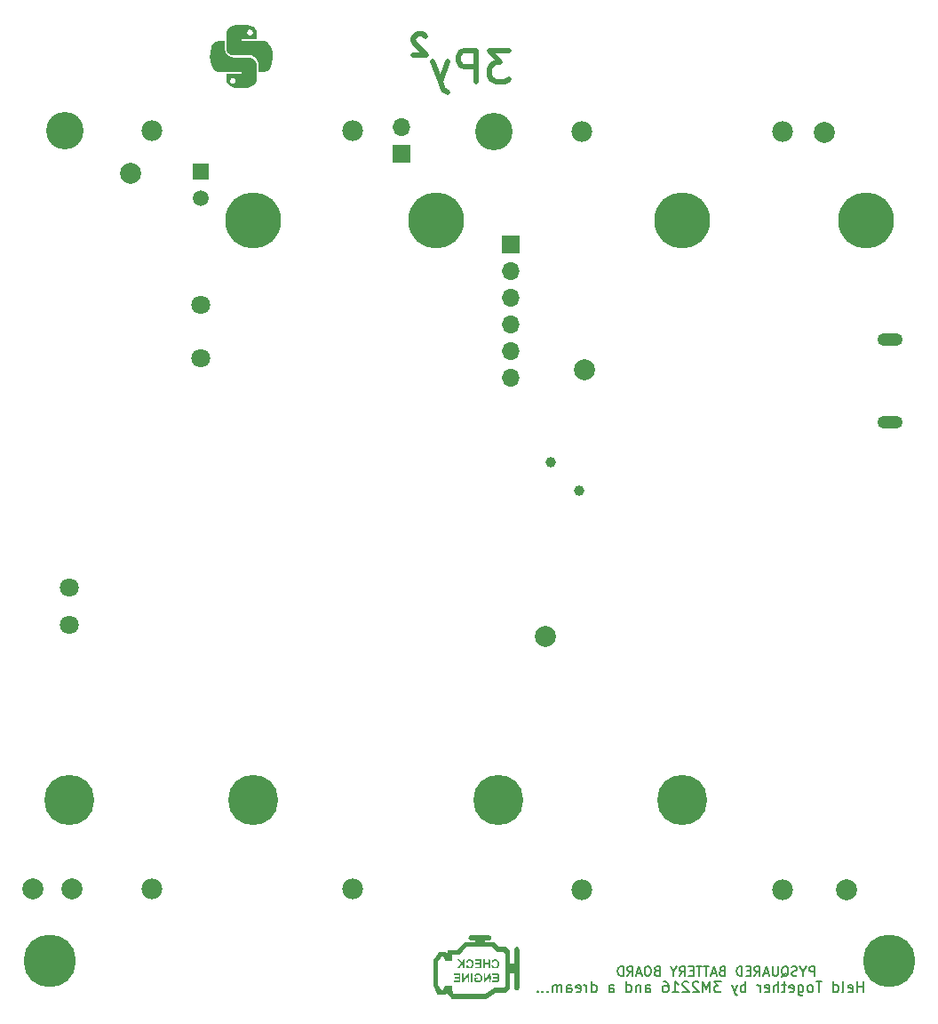
<source format=gbr>
%TF.GenerationSoftware,KiCad,Pcbnew,7.0.1*%
%TF.CreationDate,2023-12-11T20:48:33-07:00*%
%TF.ProjectId,Battery_Board_V3,42617474-6572-4795-9f42-6f6172645f56,rev?*%
%TF.SameCoordinates,Original*%
%TF.FileFunction,Soldermask,Bot*%
%TF.FilePolarity,Negative*%
%FSLAX46Y46*%
G04 Gerber Fmt 4.6, Leading zero omitted, Abs format (unit mm)*
G04 Created by KiCad (PCBNEW 7.0.1) date 2023-12-11 20:48:33*
%MOMM*%
%LPD*%
G01*
G04 APERTURE LIST*
%ADD10C,0.500000*%
%ADD11C,0.150000*%
%ADD12C,5.000000*%
%ADD13C,2.000000*%
%ADD14R,1.700000X1.700000*%
%ADD15O,1.700000X1.700000*%
%ADD16C,1.800000*%
%ADD17O,2.416000X1.208000*%
%ADD18C,1.000000*%
%ADD19R,1.508000X1.508000*%
%ADD20C,1.508000*%
%ADD21C,4.770000*%
%ADD22C,5.325000*%
%ADD23C,3.570000*%
%ADD24C,1.980000*%
G04 APERTURE END LIST*
D10*
X158278056Y-44768257D02*
X156420913Y-44768257D01*
X156420913Y-44768257D02*
X157420913Y-45911114D01*
X157420913Y-45911114D02*
X156992342Y-45911114D01*
X156992342Y-45911114D02*
X156706628Y-46053971D01*
X156706628Y-46053971D02*
X156563770Y-46196828D01*
X156563770Y-46196828D02*
X156420913Y-46482542D01*
X156420913Y-46482542D02*
X156420913Y-47196828D01*
X156420913Y-47196828D02*
X156563770Y-47482542D01*
X156563770Y-47482542D02*
X156706628Y-47625400D01*
X156706628Y-47625400D02*
X156992342Y-47768257D01*
X156992342Y-47768257D02*
X157849485Y-47768257D01*
X157849485Y-47768257D02*
X158135199Y-47625400D01*
X158135199Y-47625400D02*
X158278056Y-47482542D01*
X155135199Y-47768257D02*
X155135199Y-44768257D01*
X155135199Y-44768257D02*
X153992342Y-44768257D01*
X153992342Y-44768257D02*
X153706627Y-44911114D01*
X153706627Y-44911114D02*
X153563770Y-45053971D01*
X153563770Y-45053971D02*
X153420913Y-45339685D01*
X153420913Y-45339685D02*
X153420913Y-45768257D01*
X153420913Y-45768257D02*
X153563770Y-46053971D01*
X153563770Y-46053971D02*
X153706627Y-46196828D01*
X153706627Y-46196828D02*
X153992342Y-46339685D01*
X153992342Y-46339685D02*
X155135199Y-46339685D01*
X152420913Y-45768257D02*
X151706627Y-47768257D01*
X150992342Y-45768257D02*
X151706627Y-47768257D01*
X151706627Y-47768257D02*
X151992342Y-48482542D01*
X151992342Y-48482542D02*
X152135199Y-48625400D01*
X152135199Y-48625400D02*
X152420913Y-48768257D01*
X150279028Y-43413314D02*
X150183790Y-43318076D01*
X150183790Y-43318076D02*
X149993314Y-43222838D01*
X149993314Y-43222838D02*
X149517123Y-43222838D01*
X149517123Y-43222838D02*
X149326647Y-43318076D01*
X149326647Y-43318076D02*
X149231409Y-43413314D01*
X149231409Y-43413314D02*
X149136171Y-43603790D01*
X149136171Y-43603790D02*
X149136171Y-43794266D01*
X149136171Y-43794266D02*
X149231409Y-44079980D01*
X149231409Y-44079980D02*
X150374266Y-45222838D01*
X150374266Y-45222838D02*
X149136171Y-45222838D01*
D11*
X187342857Y-132916357D02*
X187342857Y-132016357D01*
X187342857Y-132016357D02*
X187000000Y-132016357D01*
X187000000Y-132016357D02*
X186914285Y-132059214D01*
X186914285Y-132059214D02*
X186871428Y-132102071D01*
X186871428Y-132102071D02*
X186828571Y-132187785D01*
X186828571Y-132187785D02*
X186828571Y-132316357D01*
X186828571Y-132316357D02*
X186871428Y-132402071D01*
X186871428Y-132402071D02*
X186914285Y-132444928D01*
X186914285Y-132444928D02*
X187000000Y-132487785D01*
X187000000Y-132487785D02*
X187342857Y-132487785D01*
X186271428Y-132487785D02*
X186271428Y-132916357D01*
X186571428Y-132016357D02*
X186271428Y-132487785D01*
X186271428Y-132487785D02*
X185971428Y-132016357D01*
X185714285Y-132873500D02*
X185585714Y-132916357D01*
X185585714Y-132916357D02*
X185371428Y-132916357D01*
X185371428Y-132916357D02*
X185285714Y-132873500D01*
X185285714Y-132873500D02*
X185242856Y-132830642D01*
X185242856Y-132830642D02*
X185199999Y-132744928D01*
X185199999Y-132744928D02*
X185199999Y-132659214D01*
X185199999Y-132659214D02*
X185242856Y-132573500D01*
X185242856Y-132573500D02*
X185285714Y-132530642D01*
X185285714Y-132530642D02*
X185371428Y-132487785D01*
X185371428Y-132487785D02*
X185542856Y-132444928D01*
X185542856Y-132444928D02*
X185628571Y-132402071D01*
X185628571Y-132402071D02*
X185671428Y-132359214D01*
X185671428Y-132359214D02*
X185714285Y-132273500D01*
X185714285Y-132273500D02*
X185714285Y-132187785D01*
X185714285Y-132187785D02*
X185671428Y-132102071D01*
X185671428Y-132102071D02*
X185628571Y-132059214D01*
X185628571Y-132059214D02*
X185542856Y-132016357D01*
X185542856Y-132016357D02*
X185328571Y-132016357D01*
X185328571Y-132016357D02*
X185199999Y-132059214D01*
X184214285Y-133002071D02*
X184299999Y-132959214D01*
X184299999Y-132959214D02*
X184385713Y-132873500D01*
X184385713Y-132873500D02*
X184514285Y-132744928D01*
X184514285Y-132744928D02*
X184599999Y-132702071D01*
X184599999Y-132702071D02*
X184685713Y-132702071D01*
X184642856Y-132916357D02*
X184728571Y-132873500D01*
X184728571Y-132873500D02*
X184814285Y-132787785D01*
X184814285Y-132787785D02*
X184857142Y-132616357D01*
X184857142Y-132616357D02*
X184857142Y-132316357D01*
X184857142Y-132316357D02*
X184814285Y-132144928D01*
X184814285Y-132144928D02*
X184728571Y-132059214D01*
X184728571Y-132059214D02*
X184642856Y-132016357D01*
X184642856Y-132016357D02*
X184471428Y-132016357D01*
X184471428Y-132016357D02*
X184385713Y-132059214D01*
X184385713Y-132059214D02*
X184299999Y-132144928D01*
X184299999Y-132144928D02*
X184257142Y-132316357D01*
X184257142Y-132316357D02*
X184257142Y-132616357D01*
X184257142Y-132616357D02*
X184299999Y-132787785D01*
X184299999Y-132787785D02*
X184385713Y-132873500D01*
X184385713Y-132873500D02*
X184471428Y-132916357D01*
X184471428Y-132916357D02*
X184642856Y-132916357D01*
X183871428Y-132016357D02*
X183871428Y-132744928D01*
X183871428Y-132744928D02*
X183828571Y-132830642D01*
X183828571Y-132830642D02*
X183785714Y-132873500D01*
X183785714Y-132873500D02*
X183699999Y-132916357D01*
X183699999Y-132916357D02*
X183528571Y-132916357D01*
X183528571Y-132916357D02*
X183442856Y-132873500D01*
X183442856Y-132873500D02*
X183399999Y-132830642D01*
X183399999Y-132830642D02*
X183357142Y-132744928D01*
X183357142Y-132744928D02*
X183357142Y-132016357D01*
X182971428Y-132659214D02*
X182542857Y-132659214D01*
X183057142Y-132916357D02*
X182757142Y-132016357D01*
X182757142Y-132016357D02*
X182457142Y-132916357D01*
X181642856Y-132916357D02*
X181942856Y-132487785D01*
X182157142Y-132916357D02*
X182157142Y-132016357D01*
X182157142Y-132016357D02*
X181814285Y-132016357D01*
X181814285Y-132016357D02*
X181728570Y-132059214D01*
X181728570Y-132059214D02*
X181685713Y-132102071D01*
X181685713Y-132102071D02*
X181642856Y-132187785D01*
X181642856Y-132187785D02*
X181642856Y-132316357D01*
X181642856Y-132316357D02*
X181685713Y-132402071D01*
X181685713Y-132402071D02*
X181728570Y-132444928D01*
X181728570Y-132444928D02*
X181814285Y-132487785D01*
X181814285Y-132487785D02*
X182157142Y-132487785D01*
X181257142Y-132444928D02*
X180957142Y-132444928D01*
X180828570Y-132916357D02*
X181257142Y-132916357D01*
X181257142Y-132916357D02*
X181257142Y-132016357D01*
X181257142Y-132016357D02*
X180828570Y-132016357D01*
X180442856Y-132916357D02*
X180442856Y-132016357D01*
X180442856Y-132016357D02*
X180228570Y-132016357D01*
X180228570Y-132016357D02*
X180099999Y-132059214D01*
X180099999Y-132059214D02*
X180014284Y-132144928D01*
X180014284Y-132144928D02*
X179971427Y-132230642D01*
X179971427Y-132230642D02*
X179928570Y-132402071D01*
X179928570Y-132402071D02*
X179928570Y-132530642D01*
X179928570Y-132530642D02*
X179971427Y-132702071D01*
X179971427Y-132702071D02*
X180014284Y-132787785D01*
X180014284Y-132787785D02*
X180099999Y-132873500D01*
X180099999Y-132873500D02*
X180228570Y-132916357D01*
X180228570Y-132916357D02*
X180442856Y-132916357D01*
X178557142Y-132444928D02*
X178428570Y-132487785D01*
X178428570Y-132487785D02*
X178385713Y-132530642D01*
X178385713Y-132530642D02*
X178342856Y-132616357D01*
X178342856Y-132616357D02*
X178342856Y-132744928D01*
X178342856Y-132744928D02*
X178385713Y-132830642D01*
X178385713Y-132830642D02*
X178428570Y-132873500D01*
X178428570Y-132873500D02*
X178514285Y-132916357D01*
X178514285Y-132916357D02*
X178857142Y-132916357D01*
X178857142Y-132916357D02*
X178857142Y-132016357D01*
X178857142Y-132016357D02*
X178557142Y-132016357D01*
X178557142Y-132016357D02*
X178471428Y-132059214D01*
X178471428Y-132059214D02*
X178428570Y-132102071D01*
X178428570Y-132102071D02*
X178385713Y-132187785D01*
X178385713Y-132187785D02*
X178385713Y-132273500D01*
X178385713Y-132273500D02*
X178428570Y-132359214D01*
X178428570Y-132359214D02*
X178471428Y-132402071D01*
X178471428Y-132402071D02*
X178557142Y-132444928D01*
X178557142Y-132444928D02*
X178857142Y-132444928D01*
X177999999Y-132659214D02*
X177571428Y-132659214D01*
X178085713Y-132916357D02*
X177785713Y-132016357D01*
X177785713Y-132016357D02*
X177485713Y-132916357D01*
X177314284Y-132016357D02*
X176799999Y-132016357D01*
X177057141Y-132916357D02*
X177057141Y-132016357D01*
X176628570Y-132016357D02*
X176114285Y-132016357D01*
X176371427Y-132916357D02*
X176371427Y-132016357D01*
X175814285Y-132444928D02*
X175514285Y-132444928D01*
X175385713Y-132916357D02*
X175814285Y-132916357D01*
X175814285Y-132916357D02*
X175814285Y-132016357D01*
X175814285Y-132016357D02*
X175385713Y-132016357D01*
X174485713Y-132916357D02*
X174785713Y-132487785D01*
X174999999Y-132916357D02*
X174999999Y-132016357D01*
X174999999Y-132016357D02*
X174657142Y-132016357D01*
X174657142Y-132016357D02*
X174571427Y-132059214D01*
X174571427Y-132059214D02*
X174528570Y-132102071D01*
X174528570Y-132102071D02*
X174485713Y-132187785D01*
X174485713Y-132187785D02*
X174485713Y-132316357D01*
X174485713Y-132316357D02*
X174528570Y-132402071D01*
X174528570Y-132402071D02*
X174571427Y-132444928D01*
X174571427Y-132444928D02*
X174657142Y-132487785D01*
X174657142Y-132487785D02*
X174999999Y-132487785D01*
X173928570Y-132487785D02*
X173928570Y-132916357D01*
X174228570Y-132016357D02*
X173928570Y-132487785D01*
X173928570Y-132487785D02*
X173628570Y-132016357D01*
X172342856Y-132444928D02*
X172214284Y-132487785D01*
X172214284Y-132487785D02*
X172171427Y-132530642D01*
X172171427Y-132530642D02*
X172128570Y-132616357D01*
X172128570Y-132616357D02*
X172128570Y-132744928D01*
X172128570Y-132744928D02*
X172171427Y-132830642D01*
X172171427Y-132830642D02*
X172214284Y-132873500D01*
X172214284Y-132873500D02*
X172299999Y-132916357D01*
X172299999Y-132916357D02*
X172642856Y-132916357D01*
X172642856Y-132916357D02*
X172642856Y-132016357D01*
X172642856Y-132016357D02*
X172342856Y-132016357D01*
X172342856Y-132016357D02*
X172257142Y-132059214D01*
X172257142Y-132059214D02*
X172214284Y-132102071D01*
X172214284Y-132102071D02*
X172171427Y-132187785D01*
X172171427Y-132187785D02*
X172171427Y-132273500D01*
X172171427Y-132273500D02*
X172214284Y-132359214D01*
X172214284Y-132359214D02*
X172257142Y-132402071D01*
X172257142Y-132402071D02*
X172342856Y-132444928D01*
X172342856Y-132444928D02*
X172642856Y-132444928D01*
X171571427Y-132016357D02*
X171399999Y-132016357D01*
X171399999Y-132016357D02*
X171314284Y-132059214D01*
X171314284Y-132059214D02*
X171228570Y-132144928D01*
X171228570Y-132144928D02*
X171185713Y-132316357D01*
X171185713Y-132316357D02*
X171185713Y-132616357D01*
X171185713Y-132616357D02*
X171228570Y-132787785D01*
X171228570Y-132787785D02*
X171314284Y-132873500D01*
X171314284Y-132873500D02*
X171399999Y-132916357D01*
X171399999Y-132916357D02*
X171571427Y-132916357D01*
X171571427Y-132916357D02*
X171657142Y-132873500D01*
X171657142Y-132873500D02*
X171742856Y-132787785D01*
X171742856Y-132787785D02*
X171785713Y-132616357D01*
X171785713Y-132616357D02*
X171785713Y-132316357D01*
X171785713Y-132316357D02*
X171742856Y-132144928D01*
X171742856Y-132144928D02*
X171657142Y-132059214D01*
X171657142Y-132059214D02*
X171571427Y-132016357D01*
X170842856Y-132659214D02*
X170414285Y-132659214D01*
X170928570Y-132916357D02*
X170628570Y-132016357D01*
X170628570Y-132016357D02*
X170328570Y-132916357D01*
X169514284Y-132916357D02*
X169814284Y-132487785D01*
X170028570Y-132916357D02*
X170028570Y-132016357D01*
X170028570Y-132016357D02*
X169685713Y-132016357D01*
X169685713Y-132016357D02*
X169599998Y-132059214D01*
X169599998Y-132059214D02*
X169557141Y-132102071D01*
X169557141Y-132102071D02*
X169514284Y-132187785D01*
X169514284Y-132187785D02*
X169514284Y-132316357D01*
X169514284Y-132316357D02*
X169557141Y-132402071D01*
X169557141Y-132402071D02*
X169599998Y-132444928D01*
X169599998Y-132444928D02*
X169685713Y-132487785D01*
X169685713Y-132487785D02*
X170028570Y-132487785D01*
X169128570Y-132916357D02*
X169128570Y-132016357D01*
X169128570Y-132016357D02*
X168914284Y-132016357D01*
X168914284Y-132016357D02*
X168785713Y-132059214D01*
X168785713Y-132059214D02*
X168699998Y-132144928D01*
X168699998Y-132144928D02*
X168657141Y-132230642D01*
X168657141Y-132230642D02*
X168614284Y-132402071D01*
X168614284Y-132402071D02*
X168614284Y-132530642D01*
X168614284Y-132530642D02*
X168657141Y-132702071D01*
X168657141Y-132702071D02*
X168699998Y-132787785D01*
X168699998Y-132787785D02*
X168785713Y-132873500D01*
X168785713Y-132873500D02*
X168914284Y-132916357D01*
X168914284Y-132916357D02*
X169128570Y-132916357D01*
X192023810Y-134462619D02*
X192023810Y-133462619D01*
X192023810Y-133938809D02*
X191452382Y-133938809D01*
X191452382Y-134462619D02*
X191452382Y-133462619D01*
X190595239Y-134415000D02*
X190690477Y-134462619D01*
X190690477Y-134462619D02*
X190880953Y-134462619D01*
X190880953Y-134462619D02*
X190976191Y-134415000D01*
X190976191Y-134415000D02*
X191023810Y-134319761D01*
X191023810Y-134319761D02*
X191023810Y-133938809D01*
X191023810Y-133938809D02*
X190976191Y-133843571D01*
X190976191Y-133843571D02*
X190880953Y-133795952D01*
X190880953Y-133795952D02*
X190690477Y-133795952D01*
X190690477Y-133795952D02*
X190595239Y-133843571D01*
X190595239Y-133843571D02*
X190547620Y-133938809D01*
X190547620Y-133938809D02*
X190547620Y-134034047D01*
X190547620Y-134034047D02*
X191023810Y-134129285D01*
X189976191Y-134462619D02*
X190071429Y-134415000D01*
X190071429Y-134415000D02*
X190119048Y-134319761D01*
X190119048Y-134319761D02*
X190119048Y-133462619D01*
X189166667Y-134462619D02*
X189166667Y-133462619D01*
X189166667Y-134415000D02*
X189261905Y-134462619D01*
X189261905Y-134462619D02*
X189452381Y-134462619D01*
X189452381Y-134462619D02*
X189547619Y-134415000D01*
X189547619Y-134415000D02*
X189595238Y-134367380D01*
X189595238Y-134367380D02*
X189642857Y-134272142D01*
X189642857Y-134272142D02*
X189642857Y-133986428D01*
X189642857Y-133986428D02*
X189595238Y-133891190D01*
X189595238Y-133891190D02*
X189547619Y-133843571D01*
X189547619Y-133843571D02*
X189452381Y-133795952D01*
X189452381Y-133795952D02*
X189261905Y-133795952D01*
X189261905Y-133795952D02*
X189166667Y-133843571D01*
X188071428Y-133462619D02*
X187500000Y-133462619D01*
X187785714Y-134462619D02*
X187785714Y-133462619D01*
X187023809Y-134462619D02*
X187119047Y-134415000D01*
X187119047Y-134415000D02*
X187166666Y-134367380D01*
X187166666Y-134367380D02*
X187214285Y-134272142D01*
X187214285Y-134272142D02*
X187214285Y-133986428D01*
X187214285Y-133986428D02*
X187166666Y-133891190D01*
X187166666Y-133891190D02*
X187119047Y-133843571D01*
X187119047Y-133843571D02*
X187023809Y-133795952D01*
X187023809Y-133795952D02*
X186880952Y-133795952D01*
X186880952Y-133795952D02*
X186785714Y-133843571D01*
X186785714Y-133843571D02*
X186738095Y-133891190D01*
X186738095Y-133891190D02*
X186690476Y-133986428D01*
X186690476Y-133986428D02*
X186690476Y-134272142D01*
X186690476Y-134272142D02*
X186738095Y-134367380D01*
X186738095Y-134367380D02*
X186785714Y-134415000D01*
X186785714Y-134415000D02*
X186880952Y-134462619D01*
X186880952Y-134462619D02*
X187023809Y-134462619D01*
X185833333Y-133795952D02*
X185833333Y-134605476D01*
X185833333Y-134605476D02*
X185880952Y-134700714D01*
X185880952Y-134700714D02*
X185928571Y-134748333D01*
X185928571Y-134748333D02*
X186023809Y-134795952D01*
X186023809Y-134795952D02*
X186166666Y-134795952D01*
X186166666Y-134795952D02*
X186261904Y-134748333D01*
X185833333Y-134415000D02*
X185928571Y-134462619D01*
X185928571Y-134462619D02*
X186119047Y-134462619D01*
X186119047Y-134462619D02*
X186214285Y-134415000D01*
X186214285Y-134415000D02*
X186261904Y-134367380D01*
X186261904Y-134367380D02*
X186309523Y-134272142D01*
X186309523Y-134272142D02*
X186309523Y-133986428D01*
X186309523Y-133986428D02*
X186261904Y-133891190D01*
X186261904Y-133891190D02*
X186214285Y-133843571D01*
X186214285Y-133843571D02*
X186119047Y-133795952D01*
X186119047Y-133795952D02*
X185928571Y-133795952D01*
X185928571Y-133795952D02*
X185833333Y-133843571D01*
X184976190Y-134415000D02*
X185071428Y-134462619D01*
X185071428Y-134462619D02*
X185261904Y-134462619D01*
X185261904Y-134462619D02*
X185357142Y-134415000D01*
X185357142Y-134415000D02*
X185404761Y-134319761D01*
X185404761Y-134319761D02*
X185404761Y-133938809D01*
X185404761Y-133938809D02*
X185357142Y-133843571D01*
X185357142Y-133843571D02*
X185261904Y-133795952D01*
X185261904Y-133795952D02*
X185071428Y-133795952D01*
X185071428Y-133795952D02*
X184976190Y-133843571D01*
X184976190Y-133843571D02*
X184928571Y-133938809D01*
X184928571Y-133938809D02*
X184928571Y-134034047D01*
X184928571Y-134034047D02*
X185404761Y-134129285D01*
X184642856Y-133795952D02*
X184261904Y-133795952D01*
X184499999Y-133462619D02*
X184499999Y-134319761D01*
X184499999Y-134319761D02*
X184452380Y-134415000D01*
X184452380Y-134415000D02*
X184357142Y-134462619D01*
X184357142Y-134462619D02*
X184261904Y-134462619D01*
X183928570Y-134462619D02*
X183928570Y-133462619D01*
X183499999Y-134462619D02*
X183499999Y-133938809D01*
X183499999Y-133938809D02*
X183547618Y-133843571D01*
X183547618Y-133843571D02*
X183642856Y-133795952D01*
X183642856Y-133795952D02*
X183785713Y-133795952D01*
X183785713Y-133795952D02*
X183880951Y-133843571D01*
X183880951Y-133843571D02*
X183928570Y-133891190D01*
X182642856Y-134415000D02*
X182738094Y-134462619D01*
X182738094Y-134462619D02*
X182928570Y-134462619D01*
X182928570Y-134462619D02*
X183023808Y-134415000D01*
X183023808Y-134415000D02*
X183071427Y-134319761D01*
X183071427Y-134319761D02*
X183071427Y-133938809D01*
X183071427Y-133938809D02*
X183023808Y-133843571D01*
X183023808Y-133843571D02*
X182928570Y-133795952D01*
X182928570Y-133795952D02*
X182738094Y-133795952D01*
X182738094Y-133795952D02*
X182642856Y-133843571D01*
X182642856Y-133843571D02*
X182595237Y-133938809D01*
X182595237Y-133938809D02*
X182595237Y-134034047D01*
X182595237Y-134034047D02*
X183071427Y-134129285D01*
X182166665Y-134462619D02*
X182166665Y-133795952D01*
X182166665Y-133986428D02*
X182119046Y-133891190D01*
X182119046Y-133891190D02*
X182071427Y-133843571D01*
X182071427Y-133843571D02*
X181976189Y-133795952D01*
X181976189Y-133795952D02*
X181880951Y-133795952D01*
X180785712Y-134462619D02*
X180785712Y-133462619D01*
X180785712Y-133843571D02*
X180690474Y-133795952D01*
X180690474Y-133795952D02*
X180499998Y-133795952D01*
X180499998Y-133795952D02*
X180404760Y-133843571D01*
X180404760Y-133843571D02*
X180357141Y-133891190D01*
X180357141Y-133891190D02*
X180309522Y-133986428D01*
X180309522Y-133986428D02*
X180309522Y-134272142D01*
X180309522Y-134272142D02*
X180357141Y-134367380D01*
X180357141Y-134367380D02*
X180404760Y-134415000D01*
X180404760Y-134415000D02*
X180499998Y-134462619D01*
X180499998Y-134462619D02*
X180690474Y-134462619D01*
X180690474Y-134462619D02*
X180785712Y-134415000D01*
X179976188Y-133795952D02*
X179738093Y-134462619D01*
X179499998Y-133795952D02*
X179738093Y-134462619D01*
X179738093Y-134462619D02*
X179833331Y-134700714D01*
X179833331Y-134700714D02*
X179880950Y-134748333D01*
X179880950Y-134748333D02*
X179976188Y-134795952D01*
X178452378Y-133462619D02*
X177833331Y-133462619D01*
X177833331Y-133462619D02*
X178166664Y-133843571D01*
X178166664Y-133843571D02*
X178023807Y-133843571D01*
X178023807Y-133843571D02*
X177928569Y-133891190D01*
X177928569Y-133891190D02*
X177880950Y-133938809D01*
X177880950Y-133938809D02*
X177833331Y-134034047D01*
X177833331Y-134034047D02*
X177833331Y-134272142D01*
X177833331Y-134272142D02*
X177880950Y-134367380D01*
X177880950Y-134367380D02*
X177928569Y-134415000D01*
X177928569Y-134415000D02*
X178023807Y-134462619D01*
X178023807Y-134462619D02*
X178309521Y-134462619D01*
X178309521Y-134462619D02*
X178404759Y-134415000D01*
X178404759Y-134415000D02*
X178452378Y-134367380D01*
X177404759Y-134462619D02*
X177404759Y-133462619D01*
X177404759Y-133462619D02*
X177071426Y-134176904D01*
X177071426Y-134176904D02*
X176738093Y-133462619D01*
X176738093Y-133462619D02*
X176738093Y-134462619D01*
X176309521Y-133557857D02*
X176261902Y-133510238D01*
X176261902Y-133510238D02*
X176166664Y-133462619D01*
X176166664Y-133462619D02*
X175928569Y-133462619D01*
X175928569Y-133462619D02*
X175833331Y-133510238D01*
X175833331Y-133510238D02*
X175785712Y-133557857D01*
X175785712Y-133557857D02*
X175738093Y-133653095D01*
X175738093Y-133653095D02*
X175738093Y-133748333D01*
X175738093Y-133748333D02*
X175785712Y-133891190D01*
X175785712Y-133891190D02*
X176357140Y-134462619D01*
X176357140Y-134462619D02*
X175738093Y-134462619D01*
X175357140Y-133557857D02*
X175309521Y-133510238D01*
X175309521Y-133510238D02*
X175214283Y-133462619D01*
X175214283Y-133462619D02*
X174976188Y-133462619D01*
X174976188Y-133462619D02*
X174880950Y-133510238D01*
X174880950Y-133510238D02*
X174833331Y-133557857D01*
X174833331Y-133557857D02*
X174785712Y-133653095D01*
X174785712Y-133653095D02*
X174785712Y-133748333D01*
X174785712Y-133748333D02*
X174833331Y-133891190D01*
X174833331Y-133891190D02*
X175404759Y-134462619D01*
X175404759Y-134462619D02*
X174785712Y-134462619D01*
X173833331Y-134462619D02*
X174404759Y-134462619D01*
X174119045Y-134462619D02*
X174119045Y-133462619D01*
X174119045Y-133462619D02*
X174214283Y-133605476D01*
X174214283Y-133605476D02*
X174309521Y-133700714D01*
X174309521Y-133700714D02*
X174404759Y-133748333D01*
X172976188Y-133462619D02*
X173166664Y-133462619D01*
X173166664Y-133462619D02*
X173261902Y-133510238D01*
X173261902Y-133510238D02*
X173309521Y-133557857D01*
X173309521Y-133557857D02*
X173404759Y-133700714D01*
X173404759Y-133700714D02*
X173452378Y-133891190D01*
X173452378Y-133891190D02*
X173452378Y-134272142D01*
X173452378Y-134272142D02*
X173404759Y-134367380D01*
X173404759Y-134367380D02*
X173357140Y-134415000D01*
X173357140Y-134415000D02*
X173261902Y-134462619D01*
X173261902Y-134462619D02*
X173071426Y-134462619D01*
X173071426Y-134462619D02*
X172976188Y-134415000D01*
X172976188Y-134415000D02*
X172928569Y-134367380D01*
X172928569Y-134367380D02*
X172880950Y-134272142D01*
X172880950Y-134272142D02*
X172880950Y-134034047D01*
X172880950Y-134034047D02*
X172928569Y-133938809D01*
X172928569Y-133938809D02*
X172976188Y-133891190D01*
X172976188Y-133891190D02*
X173071426Y-133843571D01*
X173071426Y-133843571D02*
X173261902Y-133843571D01*
X173261902Y-133843571D02*
X173357140Y-133891190D01*
X173357140Y-133891190D02*
X173404759Y-133938809D01*
X173404759Y-133938809D02*
X173452378Y-134034047D01*
X171261902Y-134462619D02*
X171261902Y-133938809D01*
X171261902Y-133938809D02*
X171309521Y-133843571D01*
X171309521Y-133843571D02*
X171404759Y-133795952D01*
X171404759Y-133795952D02*
X171595235Y-133795952D01*
X171595235Y-133795952D02*
X171690473Y-133843571D01*
X171261902Y-134415000D02*
X171357140Y-134462619D01*
X171357140Y-134462619D02*
X171595235Y-134462619D01*
X171595235Y-134462619D02*
X171690473Y-134415000D01*
X171690473Y-134415000D02*
X171738092Y-134319761D01*
X171738092Y-134319761D02*
X171738092Y-134224523D01*
X171738092Y-134224523D02*
X171690473Y-134129285D01*
X171690473Y-134129285D02*
X171595235Y-134081666D01*
X171595235Y-134081666D02*
X171357140Y-134081666D01*
X171357140Y-134081666D02*
X171261902Y-134034047D01*
X170785711Y-133795952D02*
X170785711Y-134462619D01*
X170785711Y-133891190D02*
X170738092Y-133843571D01*
X170738092Y-133843571D02*
X170642854Y-133795952D01*
X170642854Y-133795952D02*
X170499997Y-133795952D01*
X170499997Y-133795952D02*
X170404759Y-133843571D01*
X170404759Y-133843571D02*
X170357140Y-133938809D01*
X170357140Y-133938809D02*
X170357140Y-134462619D01*
X169452378Y-134462619D02*
X169452378Y-133462619D01*
X169452378Y-134415000D02*
X169547616Y-134462619D01*
X169547616Y-134462619D02*
X169738092Y-134462619D01*
X169738092Y-134462619D02*
X169833330Y-134415000D01*
X169833330Y-134415000D02*
X169880949Y-134367380D01*
X169880949Y-134367380D02*
X169928568Y-134272142D01*
X169928568Y-134272142D02*
X169928568Y-133986428D01*
X169928568Y-133986428D02*
X169880949Y-133891190D01*
X169880949Y-133891190D02*
X169833330Y-133843571D01*
X169833330Y-133843571D02*
X169738092Y-133795952D01*
X169738092Y-133795952D02*
X169547616Y-133795952D01*
X169547616Y-133795952D02*
X169452378Y-133843571D01*
X167785711Y-134462619D02*
X167785711Y-133938809D01*
X167785711Y-133938809D02*
X167833330Y-133843571D01*
X167833330Y-133843571D02*
X167928568Y-133795952D01*
X167928568Y-133795952D02*
X168119044Y-133795952D01*
X168119044Y-133795952D02*
X168214282Y-133843571D01*
X167785711Y-134415000D02*
X167880949Y-134462619D01*
X167880949Y-134462619D02*
X168119044Y-134462619D01*
X168119044Y-134462619D02*
X168214282Y-134415000D01*
X168214282Y-134415000D02*
X168261901Y-134319761D01*
X168261901Y-134319761D02*
X168261901Y-134224523D01*
X168261901Y-134224523D02*
X168214282Y-134129285D01*
X168214282Y-134129285D02*
X168119044Y-134081666D01*
X168119044Y-134081666D02*
X167880949Y-134081666D01*
X167880949Y-134081666D02*
X167785711Y-134034047D01*
X166119044Y-134462619D02*
X166119044Y-133462619D01*
X166119044Y-134415000D02*
X166214282Y-134462619D01*
X166214282Y-134462619D02*
X166404758Y-134462619D01*
X166404758Y-134462619D02*
X166499996Y-134415000D01*
X166499996Y-134415000D02*
X166547615Y-134367380D01*
X166547615Y-134367380D02*
X166595234Y-134272142D01*
X166595234Y-134272142D02*
X166595234Y-133986428D01*
X166595234Y-133986428D02*
X166547615Y-133891190D01*
X166547615Y-133891190D02*
X166499996Y-133843571D01*
X166499996Y-133843571D02*
X166404758Y-133795952D01*
X166404758Y-133795952D02*
X166214282Y-133795952D01*
X166214282Y-133795952D02*
X166119044Y-133843571D01*
X165642853Y-134462619D02*
X165642853Y-133795952D01*
X165642853Y-133986428D02*
X165595234Y-133891190D01*
X165595234Y-133891190D02*
X165547615Y-133843571D01*
X165547615Y-133843571D02*
X165452377Y-133795952D01*
X165452377Y-133795952D02*
X165357139Y-133795952D01*
X164642853Y-134415000D02*
X164738091Y-134462619D01*
X164738091Y-134462619D02*
X164928567Y-134462619D01*
X164928567Y-134462619D02*
X165023805Y-134415000D01*
X165023805Y-134415000D02*
X165071424Y-134319761D01*
X165071424Y-134319761D02*
X165071424Y-133938809D01*
X165071424Y-133938809D02*
X165023805Y-133843571D01*
X165023805Y-133843571D02*
X164928567Y-133795952D01*
X164928567Y-133795952D02*
X164738091Y-133795952D01*
X164738091Y-133795952D02*
X164642853Y-133843571D01*
X164642853Y-133843571D02*
X164595234Y-133938809D01*
X164595234Y-133938809D02*
X164595234Y-134034047D01*
X164595234Y-134034047D02*
X165071424Y-134129285D01*
X163738091Y-134462619D02*
X163738091Y-133938809D01*
X163738091Y-133938809D02*
X163785710Y-133843571D01*
X163785710Y-133843571D02*
X163880948Y-133795952D01*
X163880948Y-133795952D02*
X164071424Y-133795952D01*
X164071424Y-133795952D02*
X164166662Y-133843571D01*
X163738091Y-134415000D02*
X163833329Y-134462619D01*
X163833329Y-134462619D02*
X164071424Y-134462619D01*
X164071424Y-134462619D02*
X164166662Y-134415000D01*
X164166662Y-134415000D02*
X164214281Y-134319761D01*
X164214281Y-134319761D02*
X164214281Y-134224523D01*
X164214281Y-134224523D02*
X164166662Y-134129285D01*
X164166662Y-134129285D02*
X164071424Y-134081666D01*
X164071424Y-134081666D02*
X163833329Y-134081666D01*
X163833329Y-134081666D02*
X163738091Y-134034047D01*
X163261900Y-134462619D02*
X163261900Y-133795952D01*
X163261900Y-133891190D02*
X163214281Y-133843571D01*
X163214281Y-133843571D02*
X163119043Y-133795952D01*
X163119043Y-133795952D02*
X162976186Y-133795952D01*
X162976186Y-133795952D02*
X162880948Y-133843571D01*
X162880948Y-133843571D02*
X162833329Y-133938809D01*
X162833329Y-133938809D02*
X162833329Y-134462619D01*
X162833329Y-133938809D02*
X162785710Y-133843571D01*
X162785710Y-133843571D02*
X162690472Y-133795952D01*
X162690472Y-133795952D02*
X162547615Y-133795952D01*
X162547615Y-133795952D02*
X162452376Y-133843571D01*
X162452376Y-133843571D02*
X162404757Y-133938809D01*
X162404757Y-133938809D02*
X162404757Y-134462619D01*
X161928567Y-134367380D02*
X161880948Y-134415000D01*
X161880948Y-134415000D02*
X161928567Y-134462619D01*
X161928567Y-134462619D02*
X161976186Y-134415000D01*
X161976186Y-134415000D02*
X161928567Y-134367380D01*
X161928567Y-134367380D02*
X161928567Y-134462619D01*
X161452377Y-134367380D02*
X161404758Y-134415000D01*
X161404758Y-134415000D02*
X161452377Y-134462619D01*
X161452377Y-134462619D02*
X161499996Y-134415000D01*
X161499996Y-134415000D02*
X161452377Y-134367380D01*
X161452377Y-134367380D02*
X161452377Y-134462619D01*
X160976187Y-134367380D02*
X160928568Y-134415000D01*
X160928568Y-134415000D02*
X160976187Y-134462619D01*
X160976187Y-134462619D02*
X161023806Y-134415000D01*
X161023806Y-134415000D02*
X160976187Y-134367380D01*
X160976187Y-134367380D02*
X160976187Y-134462619D01*
%TO.C,G\u002A\u002A\u002A*%
G36*
X134173719Y-43082427D02*
G01*
X134174852Y-43117799D01*
X134177834Y-43266698D01*
X134185149Y-43684884D01*
X133463599Y-43690775D01*
X132742048Y-43696667D01*
X132742048Y-43875226D01*
X134996354Y-43897546D01*
X135123981Y-43957364D01*
X135176190Y-43983977D01*
X135335174Y-44096820D01*
X135467032Y-44243909D01*
X135570161Y-44423158D01*
X135642958Y-44632481D01*
X135702482Y-44919058D01*
X135733980Y-45244052D01*
X135724999Y-45568413D01*
X135675777Y-45901395D01*
X135626719Y-46104582D01*
X135553729Y-46313444D01*
X135464650Y-46483351D01*
X135358188Y-46616232D01*
X135233052Y-46714017D01*
X135087948Y-46778633D01*
X135041555Y-46788499D01*
X134949178Y-46798833D01*
X134828713Y-46805832D01*
X134689456Y-46808794D01*
X134382558Y-46810287D01*
X134382558Y-46446699D01*
X134381656Y-46329933D01*
X134375611Y-46167471D01*
X134362680Y-46035404D01*
X134341468Y-45925011D01*
X134310581Y-45827569D01*
X134268623Y-45734355D01*
X134263248Y-45724149D01*
X134186470Y-45613676D01*
X134080453Y-45503595D01*
X133957689Y-45405422D01*
X133830673Y-45330673D01*
X133679483Y-45259057D01*
X132764368Y-45247897D01*
X132554995Y-45245299D01*
X132365757Y-45242702D01*
X132212431Y-45240072D01*
X132090468Y-45237128D01*
X131995320Y-45233590D01*
X131922441Y-45229175D01*
X131867281Y-45223603D01*
X131825293Y-45216592D01*
X131791930Y-45207862D01*
X131762642Y-45197130D01*
X131732884Y-45184117D01*
X131641980Y-45130922D01*
X131531177Y-45037099D01*
X131433520Y-44924420D01*
X131362218Y-44806348D01*
X131355691Y-44791967D01*
X131344564Y-44764341D01*
X131335591Y-44733876D01*
X131328541Y-44695926D01*
X131323182Y-44645848D01*
X131319282Y-44578996D01*
X131316611Y-44490727D01*
X131314937Y-44376396D01*
X131314027Y-44231358D01*
X131313651Y-44050970D01*
X131313577Y-43830586D01*
X131313577Y-42995509D01*
X133294158Y-42995509D01*
X133295075Y-43091202D01*
X133334097Y-43190233D01*
X133337537Y-43195633D01*
X133391433Y-43254372D01*
X133456056Y-43296252D01*
X133510034Y-43315148D01*
X133603173Y-43323385D01*
X133685477Y-43291419D01*
X133765002Y-43217187D01*
X133773521Y-43206835D01*
X133811415Y-43147228D01*
X133826816Y-43082427D01*
X133824760Y-42993591D01*
X133816954Y-42946373D01*
X133779638Y-42873796D01*
X133705958Y-42813921D01*
X133645516Y-42785332D01*
X133548322Y-42770814D01*
X133458428Y-42790807D01*
X133381995Y-42839077D01*
X133325185Y-42909390D01*
X133294158Y-42995509D01*
X131313577Y-42995509D01*
X131313577Y-42960111D01*
X131368208Y-42849094D01*
X131377753Y-42830480D01*
X131475330Y-42690870D01*
X131605919Y-42569998D01*
X131759923Y-42476982D01*
X131844590Y-42441727D01*
X131974093Y-42402468D01*
X132123703Y-42373357D01*
X132299424Y-42353558D01*
X132507258Y-42342232D01*
X132753208Y-42338544D01*
X132823033Y-42338842D01*
X133124799Y-42349293D01*
X133385789Y-42374912D01*
X133607119Y-42416029D01*
X133789900Y-42472971D01*
X133935248Y-42546069D01*
X134044274Y-42635651D01*
X134118093Y-42742047D01*
X134133522Y-42775220D01*
X134148213Y-42815640D01*
X134158821Y-42862460D01*
X134166216Y-42923328D01*
X134171269Y-43005892D01*
X134173719Y-43082427D01*
G37*
G36*
X134174189Y-47603798D02*
G01*
X134173654Y-47615283D01*
X134168750Y-47670551D01*
X134162105Y-47712251D01*
X134153454Y-47745187D01*
X134142529Y-47774160D01*
X134129064Y-47803974D01*
X134065118Y-47905777D01*
X133967558Y-48012098D01*
X133850149Y-48107773D01*
X133724809Y-48181667D01*
X133631458Y-48220551D01*
X133496912Y-48266868D01*
X133348732Y-48310428D01*
X133203263Y-48346476D01*
X133076846Y-48370256D01*
X133068312Y-48371466D01*
X132840520Y-48390257D01*
X132606720Y-48385769D01*
X132373951Y-48359764D01*
X132149255Y-48314004D01*
X131939672Y-48250250D01*
X131752244Y-48170265D01*
X131594011Y-48075811D01*
X131472014Y-47968650D01*
X131466726Y-47962730D01*
X131407178Y-47887968D01*
X131363485Y-47811690D01*
X131333405Y-47725322D01*
X131324388Y-47674699D01*
X131664398Y-47674699D01*
X131687433Y-47762271D01*
X131740949Y-47838319D01*
X131826706Y-47894144D01*
X131858081Y-47906053D01*
X131956139Y-47922501D01*
X132041838Y-47898331D01*
X132123205Y-47831856D01*
X132154076Y-47792557D01*
X132193437Y-47699596D01*
X132197508Y-47603798D01*
X132169900Y-47513965D01*
X132114222Y-47438899D01*
X132034084Y-47387405D01*
X131933097Y-47368284D01*
X131841861Y-47383186D01*
X131760575Y-47429847D01*
X131702729Y-47499787D01*
X131670083Y-47584304D01*
X131664398Y-47674699D01*
X131324388Y-47674699D01*
X131314695Y-47620285D01*
X131305113Y-47488004D01*
X131302417Y-47319902D01*
X131302417Y-47011784D01*
X132022233Y-47005895D01*
X132742048Y-47000006D01*
X132748912Y-46905147D01*
X132755775Y-46810287D01*
X131620230Y-46810287D01*
X131547363Y-46810286D01*
X131284559Y-46810152D01*
X131061617Y-46809475D01*
X130874722Y-46807814D01*
X130720056Y-46804727D01*
X130593804Y-46799771D01*
X130492148Y-46792505D01*
X130411273Y-46782486D01*
X130347361Y-46769272D01*
X130296597Y-46752421D01*
X130255164Y-46731491D01*
X130219245Y-46706039D01*
X130185024Y-46675623D01*
X130148684Y-46639802D01*
X130102874Y-46588496D01*
X130011475Y-46451410D01*
X129929621Y-46282593D01*
X129859771Y-46090541D01*
X129804382Y-45883753D01*
X129765912Y-45670727D01*
X129746820Y-45459958D01*
X129749562Y-45259946D01*
X129765360Y-45095330D01*
X129803607Y-44843687D01*
X129856202Y-44614324D01*
X129921644Y-44411608D01*
X129998435Y-44239905D01*
X130085073Y-44103580D01*
X130180059Y-44007001D01*
X130202399Y-43990414D01*
X130262161Y-43952307D01*
X130324803Y-43924824D01*
X130398666Y-43906277D01*
X130492091Y-43894978D01*
X130613420Y-43889237D01*
X130770994Y-43887365D01*
X131121206Y-43886386D01*
X131128112Y-44316043D01*
X131135019Y-44745700D01*
X131206634Y-44896891D01*
X131266996Y-45005915D01*
X131392445Y-45162441D01*
X131546112Y-45286832D01*
X131723495Y-45375752D01*
X131920095Y-45425864D01*
X131958992Y-45429737D01*
X132046187Y-45434684D01*
X132166866Y-45439099D01*
X132314592Y-45442826D01*
X132482926Y-45445711D01*
X132665429Y-45447598D01*
X132855663Y-45448334D01*
X133638873Y-45448776D01*
X133775708Y-45517153D01*
X133799685Y-45529685D01*
X133942756Y-45630887D01*
X134057369Y-45760102D01*
X134136295Y-45909467D01*
X134146597Y-45938601D01*
X134156441Y-45973235D01*
X134164251Y-46013451D01*
X134170261Y-46064130D01*
X134174700Y-46130154D01*
X134177802Y-46216407D01*
X134179797Y-46327770D01*
X134180918Y-46469126D01*
X134181395Y-46645357D01*
X134181461Y-46861344D01*
X134181426Y-46967333D01*
X134181215Y-47162480D01*
X134180600Y-47320046D01*
X134179312Y-47444833D01*
X134177086Y-47541645D01*
X134174189Y-47603798D01*
G37*
G36*
X154742237Y-132687478D02*
G01*
X154760774Y-132693910D01*
X154763804Y-132698305D01*
X154766878Y-132709127D01*
X154769346Y-132727605D01*
X154771268Y-132755477D01*
X154772704Y-132794481D01*
X154773716Y-132846357D01*
X154774364Y-132912843D01*
X154774708Y-132995680D01*
X154774809Y-133096604D01*
X154774793Y-133125188D01*
X154774386Y-133235404D01*
X154773430Y-133327445D01*
X154771935Y-133400984D01*
X154769910Y-133455690D01*
X154767363Y-133491233D01*
X154764301Y-133507284D01*
X154759470Y-133514596D01*
X154747939Y-133522036D01*
X154727367Y-133524752D01*
X154692424Y-133523982D01*
X154631054Y-133521046D01*
X154631054Y-132688259D01*
X154688897Y-132685261D01*
X154710118Y-132684838D01*
X154742237Y-132687478D01*
G37*
G36*
X155936745Y-132684843D02*
G01*
X155961231Y-132687796D01*
X155984333Y-132693594D01*
X155984333Y-132966870D01*
X155984604Y-133037718D01*
X155985452Y-133104553D01*
X155986809Y-133159990D01*
X155988606Y-133201922D01*
X155990773Y-133228241D01*
X155993240Y-133236841D01*
X155997065Y-133232736D01*
X156011061Y-133214072D01*
X156033757Y-133182142D01*
X156063798Y-133138903D01*
X156099827Y-133086311D01*
X156140488Y-133026323D01*
X156184425Y-132960898D01*
X156366703Y-132688259D01*
X156424208Y-132685261D01*
X156445190Y-132684839D01*
X156477224Y-132687478D01*
X156495747Y-132693910D01*
X156499243Y-132699482D01*
X156502186Y-132711255D01*
X156504548Y-132730872D01*
X156506388Y-132760045D01*
X156507764Y-132800487D01*
X156508734Y-132853908D01*
X156509354Y-132922021D01*
X156509684Y-133006538D01*
X156509782Y-133109171D01*
X156509754Y-133144749D01*
X156509459Y-133230140D01*
X156508868Y-133308475D01*
X156508018Y-133377626D01*
X156506944Y-133435464D01*
X156505685Y-133479860D01*
X156504276Y-133508686D01*
X156502753Y-133519813D01*
X156493267Y-133522645D01*
X156468740Y-133524402D01*
X156435833Y-133523944D01*
X156375941Y-133521046D01*
X156370984Y-133238493D01*
X156366027Y-132955941D01*
X156344863Y-132985683D01*
X156341995Y-132989792D01*
X156327524Y-133011046D01*
X156304220Y-133045633D01*
X156273630Y-133091244D01*
X156237300Y-133145574D01*
X156196774Y-133206314D01*
X156153600Y-133271158D01*
X155983502Y-133526890D01*
X155850492Y-133521046D01*
X155850492Y-132688259D01*
X155894310Y-132685128D01*
X155904070Y-132684599D01*
X155936745Y-132684843D01*
G37*
G36*
X155538439Y-131353362D02*
G01*
X155571607Y-131354211D01*
X155587768Y-131355520D01*
X155612553Y-131361188D01*
X155615140Y-131773723D01*
X155617726Y-132186258D01*
X155590354Y-132189405D01*
X155588602Y-132189558D01*
X155568388Y-132190126D01*
X155531669Y-132190315D01*
X155481232Y-132190140D01*
X155419862Y-132189618D01*
X155350347Y-132188764D01*
X155275472Y-132187596D01*
X154987963Y-132182638D01*
X154988769Y-132125652D01*
X154989556Y-132101025D01*
X154991587Y-132075674D01*
X154994247Y-132063994D01*
X154997084Y-132063330D01*
X155016304Y-132061963D01*
X155051092Y-132060707D01*
X155098559Y-132059635D01*
X155155813Y-132058819D01*
X155219965Y-132058331D01*
X155249583Y-132058151D01*
X155311996Y-132057450D01*
X155366786Y-132056403D01*
X155410901Y-132055092D01*
X155441292Y-132053600D01*
X155454905Y-132052008D01*
X155456270Y-132051340D01*
X155462296Y-132042509D01*
X155466150Y-132022763D01*
X155468197Y-131989141D01*
X155468798Y-131938682D01*
X155468798Y-131830687D01*
X155266369Y-131830687D01*
X155253288Y-131830674D01*
X155192117Y-131830278D01*
X155137780Y-131829389D01*
X155093526Y-131828098D01*
X155062602Y-131826495D01*
X155048258Y-131824669D01*
X155039202Y-131816281D01*
X155034069Y-131796061D01*
X155032576Y-131760227D01*
X155032834Y-131734180D01*
X155033733Y-131709947D01*
X155035055Y-131699823D01*
X155036759Y-131699559D01*
X155053738Y-131698583D01*
X155086527Y-131697277D01*
X155132218Y-131695743D01*
X155187907Y-131694080D01*
X155250687Y-131692388D01*
X155463841Y-131686932D01*
X155463841Y-131488649D01*
X155007791Y-131478735D01*
X155007791Y-131359766D01*
X155285387Y-131354809D01*
X155291972Y-131354693D01*
X155365028Y-131353638D01*
X155432334Y-131353069D01*
X155491076Y-131352979D01*
X155538439Y-131353362D01*
G37*
G36*
X153401703Y-132683546D02*
G01*
X153463589Y-132683924D01*
X153518365Y-132684677D01*
X153562935Y-132685819D01*
X153594207Y-132687362D01*
X153609088Y-132689320D01*
X153612319Y-132691654D01*
X153615642Y-132698213D01*
X153618324Y-132710497D01*
X153620433Y-132730270D01*
X153622036Y-132759295D01*
X153623197Y-132799334D01*
X153623985Y-132852150D01*
X153624465Y-132919505D01*
X153624705Y-133003164D01*
X153624770Y-133104887D01*
X153624761Y-133135471D01*
X153624559Y-133236150D01*
X153624061Y-133318857D01*
X153623221Y-133385052D01*
X153621996Y-133436195D01*
X153620343Y-133473745D01*
X153618218Y-133499163D01*
X153615577Y-133513907D01*
X153612377Y-133519437D01*
X153612179Y-133519511D01*
X153597340Y-133521285D01*
X153566077Y-133522703D01*
X153521409Y-133523773D01*
X153466358Y-133524505D01*
X153403944Y-133524910D01*
X153337190Y-133524996D01*
X153269115Y-133524774D01*
X153202741Y-133524253D01*
X153141088Y-133523442D01*
X153087179Y-133522351D01*
X153044033Y-133520990D01*
X153014672Y-133519369D01*
X153002117Y-133517496D01*
X152997813Y-133512823D01*
X152992300Y-133490577D01*
X152992203Y-133450727D01*
X152995223Y-133392162D01*
X153471101Y-133382248D01*
X153471101Y-133164137D01*
X153044793Y-133154223D01*
X153041842Y-133092260D01*
X153040801Y-133062796D01*
X153040741Y-133038421D01*
X153041842Y-133028317D01*
X153043590Y-133028053D01*
X153060688Y-133027077D01*
X153093587Y-133025772D01*
X153139373Y-133024237D01*
X153195131Y-133022573D01*
X153257947Y-133020881D01*
X153471101Y-133015425D01*
X153473936Y-132918946D01*
X153476772Y-132822467D01*
X153245911Y-132819805D01*
X153015051Y-132817143D01*
X153012031Y-132758578D01*
X153011419Y-132738388D01*
X153013923Y-132706641D01*
X153021945Y-132691809D01*
X153029207Y-132690311D01*
X153054263Y-132688428D01*
X153093860Y-132686829D01*
X153144905Y-132685527D01*
X153204306Y-132684534D01*
X153268968Y-132683864D01*
X153335798Y-132683531D01*
X153401703Y-132683546D01*
G37*
G36*
X157050102Y-132683546D02*
G01*
X157111989Y-132683924D01*
X157166764Y-132684677D01*
X157211335Y-132685819D01*
X157242607Y-132687362D01*
X157257488Y-132689320D01*
X157260683Y-132691611D01*
X157264015Y-132698123D01*
X157266706Y-132710347D01*
X157268821Y-132730047D01*
X157270428Y-132758988D01*
X157271593Y-132798933D01*
X157272383Y-132851649D01*
X157272864Y-132918899D01*
X157273104Y-133002448D01*
X157273170Y-133104061D01*
X157273138Y-133144089D01*
X157272850Y-133229733D01*
X157272288Y-133308220D01*
X157271487Y-133377439D01*
X157270480Y-133435278D01*
X157269301Y-133479624D01*
X157267983Y-133508367D01*
X157266560Y-133519394D01*
X157265289Y-133519959D01*
X157248923Y-133521842D01*
X157216497Y-133523345D01*
X157170986Y-133524479D01*
X157115364Y-133525252D01*
X157052605Y-133525674D01*
X156985684Y-133525753D01*
X156917575Y-133525500D01*
X156851251Y-133524922D01*
X156789688Y-133524030D01*
X156735858Y-133522832D01*
X156692737Y-133521338D01*
X156663299Y-133519556D01*
X156650517Y-133517496D01*
X156646213Y-133512823D01*
X156640700Y-133490577D01*
X156640603Y-133450727D01*
X156643622Y-133392162D01*
X156884040Y-133389508D01*
X157124458Y-133386853D01*
X157124458Y-133159567D01*
X156908825Y-133156895D01*
X156693193Y-133154223D01*
X156690168Y-133101369D01*
X156689750Y-133083762D01*
X156692348Y-133052835D01*
X156698818Y-133034449D01*
X156699442Y-133033760D01*
X156707934Y-133029038D01*
X156724407Y-133025515D01*
X156751228Y-133023041D01*
X156790768Y-133021463D01*
X156845394Y-133020627D01*
X156917475Y-133020382D01*
X157124458Y-133020382D01*
X157124458Y-132822465D01*
X156893954Y-132819804D01*
X156663451Y-132817143D01*
X156660431Y-132758578D01*
X156659819Y-132738388D01*
X156662323Y-132706641D01*
X156670345Y-132691809D01*
X156677606Y-132690311D01*
X156702662Y-132688428D01*
X156742260Y-132686829D01*
X156793305Y-132685527D01*
X156852705Y-132684534D01*
X156917367Y-132683864D01*
X156984197Y-132683531D01*
X157050102Y-132683546D01*
G37*
G36*
X156973860Y-131343754D02*
G01*
X157043666Y-131360177D01*
X157121196Y-131394223D01*
X157185340Y-131442887D01*
X157236116Y-131506190D01*
X157273542Y-131584149D01*
X157297637Y-131676783D01*
X157301550Y-131699947D01*
X157306767Y-131739297D01*
X157307806Y-131772506D01*
X157304652Y-131808080D01*
X157297287Y-131854521D01*
X157277478Y-131938663D01*
X157243546Y-132022501D01*
X157198128Y-132090330D01*
X157141313Y-132142052D01*
X157073192Y-132177564D01*
X156993852Y-132196766D01*
X156927981Y-132201669D01*
X156839841Y-132195067D01*
X156761749Y-132172581D01*
X156694681Y-132134662D01*
X156639615Y-132081758D01*
X156597528Y-132014320D01*
X156587086Y-131991189D01*
X156572190Y-131947713D01*
X156571069Y-131916726D01*
X156584671Y-131896150D01*
X156613945Y-131883910D01*
X156659837Y-131877931D01*
X156679596Y-131877079D01*
X156695099Y-131879880D01*
X156706715Y-131890170D01*
X156718264Y-131911561D01*
X156733566Y-131947666D01*
X156763726Y-131997019D01*
X156806770Y-132034343D01*
X156858982Y-132058105D01*
X156916847Y-132067260D01*
X156976848Y-132060759D01*
X157035471Y-132037557D01*
X157072740Y-132010973D01*
X157107165Y-131969016D01*
X157130683Y-131914605D01*
X157144019Y-131845956D01*
X157147899Y-131761288D01*
X157147857Y-131755766D01*
X157146521Y-131704708D01*
X157143030Y-131667469D01*
X157136593Y-131638581D01*
X157126420Y-131612576D01*
X157099236Y-131564665D01*
X157057550Y-131519686D01*
X157005925Y-131490882D01*
X156942409Y-131476812D01*
X156926378Y-131475528D01*
X156863958Y-131479320D01*
X156812764Y-131499036D01*
X156771286Y-131535507D01*
X156738012Y-131589569D01*
X156716666Y-131634980D01*
X156660969Y-131628434D01*
X156655772Y-131627797D01*
X156613015Y-131619119D01*
X156587846Y-131604904D01*
X156579322Y-131582981D01*
X156586504Y-131551183D01*
X156608452Y-131507339D01*
X156620625Y-131487627D01*
X156672239Y-131426819D01*
X156735360Y-131381137D01*
X156807997Y-131351471D01*
X156888161Y-131338713D01*
X156973860Y-131343754D01*
G37*
G36*
X153892154Y-132684471D02*
G01*
X153916426Y-132689320D01*
X153920225Y-132691935D01*
X153924135Y-132699425D01*
X153927098Y-132713596D01*
X153929238Y-132736642D01*
X153930683Y-132770751D01*
X153931559Y-132818116D01*
X153931992Y-132880926D01*
X153932108Y-132961373D01*
X153932108Y-132961878D01*
X153932387Y-133032445D01*
X153933166Y-133096302D01*
X153934370Y-133150825D01*
X153935925Y-133193391D01*
X153937757Y-133221377D01*
X153939792Y-133232158D01*
X153943724Y-133229015D01*
X153957706Y-133211730D01*
X153980331Y-133181089D01*
X154010269Y-133138973D01*
X154046187Y-133087262D01*
X154086754Y-133027839D01*
X154130639Y-132962583D01*
X154313802Y-132688259D01*
X154362716Y-132685163D01*
X154377893Y-132684514D01*
X154410967Y-132684996D01*
X154434593Y-132687830D01*
X154457557Y-132693594D01*
X154457557Y-133104015D01*
X154457547Y-133135686D01*
X154457344Y-133236304D01*
X154456843Y-133318963D01*
X154456002Y-133385122D01*
X154454776Y-133436237D01*
X154453124Y-133473768D01*
X154450999Y-133499173D01*
X154448361Y-133513910D01*
X154445164Y-133519437D01*
X154423548Y-133523991D01*
X154393158Y-133525438D01*
X154361379Y-133523968D01*
X154335254Y-133519915D01*
X154321823Y-133513610D01*
X154321808Y-133513588D01*
X154319506Y-133500603D01*
X154317093Y-133470523D01*
X154314694Y-133426063D01*
X154312436Y-133369935D01*
X154310445Y-133304855D01*
X154308845Y-133233536D01*
X154303888Y-132965855D01*
X153931168Y-133526003D01*
X153869179Y-133526003D01*
X153840936Y-133524864D01*
X153811386Y-133520592D01*
X153795293Y-133514106D01*
X153794489Y-133512712D01*
X153791453Y-133495450D01*
X153788858Y-133461597D01*
X153786705Y-133413754D01*
X153784993Y-133354522D01*
X153783723Y-133286503D01*
X153782893Y-133212296D01*
X153782506Y-133134504D01*
X153782559Y-133055727D01*
X153783054Y-132978566D01*
X153783990Y-132905623D01*
X153785368Y-132839497D01*
X153787187Y-132782791D01*
X153789448Y-132738106D01*
X153792150Y-132708041D01*
X153795293Y-132695199D01*
X153803220Y-132690857D01*
X153827897Y-132685611D01*
X153860093Y-132683359D01*
X153892154Y-132684471D01*
G37*
G36*
X154537813Y-131341416D02*
G01*
X154613768Y-131356537D01*
X154684915Y-131385113D01*
X154747832Y-131426827D01*
X154799097Y-131481362D01*
X154822613Y-131516301D01*
X154849103Y-131568032D01*
X154866306Y-131623497D01*
X154875661Y-131687850D01*
X154878607Y-131766245D01*
X154878363Y-131812004D01*
X154876627Y-131854897D01*
X154872612Y-131888332D01*
X154865576Y-131918015D01*
X154854777Y-131949656D01*
X154840353Y-131985936D01*
X154814074Y-132039145D01*
X154784120Y-132081999D01*
X154746693Y-132120505D01*
X154741906Y-132124762D01*
X154692836Y-132160128D01*
X154638263Y-132183233D01*
X154571569Y-132196966D01*
X154544272Y-132200642D01*
X154518851Y-132204142D01*
X154507127Y-132205861D01*
X154506518Y-132205906D01*
X154492474Y-132204828D01*
X154464827Y-132201765D01*
X154428837Y-132197293D01*
X154418093Y-132195742D01*
X154340369Y-132174010D01*
X154273117Y-132135645D01*
X154217480Y-132081479D01*
X154174603Y-132012343D01*
X154166494Y-131994613D01*
X154150908Y-131951434D01*
X154149004Y-131920463D01*
X154161981Y-131899067D01*
X154191034Y-131884618D01*
X154237363Y-131874484D01*
X154253389Y-131872086D01*
X154272595Y-131872327D01*
X154283775Y-131882321D01*
X154294455Y-131906258D01*
X154312636Y-131948680D01*
X154332043Y-131984238D01*
X154353101Y-132010359D01*
X154379337Y-132032278D01*
X154394070Y-132041597D01*
X154446480Y-132061139D01*
X154506036Y-132067171D01*
X154566442Y-132058800D01*
X154610020Y-132040234D01*
X154654935Y-132003152D01*
X154690547Y-131952461D01*
X154715841Y-131890770D01*
X154729800Y-131820687D01*
X154731407Y-131744819D01*
X154719646Y-131665774D01*
X154709392Y-131626485D01*
X154697372Y-131595247D01*
X154680950Y-131569556D01*
X154656348Y-131542024D01*
X154641144Y-131527370D01*
X154592080Y-131493872D01*
X154536898Y-131477194D01*
X154471624Y-131475911D01*
X154448548Y-131478861D01*
X154394708Y-131496927D01*
X154352751Y-131530516D01*
X154321152Y-131580691D01*
X154296365Y-131634833D01*
X154243964Y-131628674D01*
X154231363Y-131627136D01*
X154194613Y-131621178D01*
X154172975Y-131613655D01*
X154162723Y-131602688D01*
X154160133Y-131586400D01*
X154161071Y-131576355D01*
X154171734Y-131542213D01*
X154191601Y-131502340D01*
X154217303Y-131462907D01*
X154245472Y-131430080D01*
X154254349Y-131421825D01*
X154315317Y-131379955D01*
X154385165Y-131352808D01*
X154460471Y-131340068D01*
X154537813Y-131341416D01*
G37*
G36*
X153979627Y-131351626D02*
G01*
X154007268Y-131357257D01*
X154022543Y-131366236D01*
X154023228Y-131368643D01*
X154024941Y-131387901D01*
X154026396Y-131424009D01*
X154027561Y-131474787D01*
X154028405Y-131538057D01*
X154028894Y-131611639D01*
X154028997Y-131693353D01*
X154028682Y-131781021D01*
X154026292Y-132182448D01*
X153996550Y-132189103D01*
X153975618Y-132191682D01*
X153942421Y-132191427D01*
X153910890Y-132187693D01*
X153890048Y-132181153D01*
X153889314Y-132180059D01*
X153886656Y-132164521D01*
X153884504Y-132133899D01*
X153883063Y-132091972D01*
X153882537Y-132042518D01*
X153882537Y-131908526D01*
X153782831Y-131805902D01*
X153755107Y-131838147D01*
X153752452Y-131841325D01*
X153734599Y-131864585D01*
X153709396Y-131899300D01*
X153679811Y-131941327D01*
X153648813Y-131986522D01*
X153643574Y-131994250D01*
X153611474Y-132040982D01*
X153580442Y-132085234D01*
X153553786Y-132122333D01*
X153534814Y-132147603D01*
X153499386Y-132192553D01*
X153420802Y-132187596D01*
X153380303Y-132184058D01*
X153354575Y-132177788D01*
X153343744Y-132166297D01*
X153347223Y-132147054D01*
X153364426Y-132117525D01*
X153394765Y-132075178D01*
X153439240Y-132014972D01*
X153492162Y-131942998D01*
X153540061Y-131877483D01*
X153581801Y-131820001D01*
X153616244Y-131772126D01*
X153642254Y-131735432D01*
X153658694Y-131711492D01*
X153664426Y-131701880D01*
X153663201Y-131699953D01*
X153651142Y-131686395D01*
X153627843Y-131661883D01*
X153595328Y-131628503D01*
X153555625Y-131588345D01*
X153510757Y-131543496D01*
X153491932Y-131524688D01*
X153448830Y-131480874D01*
X153411754Y-131442136D01*
X153382745Y-131410667D01*
X153363843Y-131388661D01*
X153357088Y-131378312D01*
X153357721Y-131371648D01*
X153363176Y-131363645D01*
X153377342Y-131358659D01*
X153403925Y-131355671D01*
X153446631Y-131353659D01*
X153520672Y-131351005D01*
X153693345Y-131526404D01*
X153730660Y-131564112D01*
X153775211Y-131608578D01*
X153813822Y-131646494D01*
X153844520Y-131675946D01*
X153865329Y-131695020D01*
X153874278Y-131701803D01*
X153876454Y-131695818D01*
X153878880Y-131672985D01*
X153880807Y-131636096D01*
X153882078Y-131588368D01*
X153882537Y-131533018D01*
X153882537Y-131531244D01*
X153882627Y-131470241D01*
X153883137Y-131426083D01*
X153884435Y-131395858D01*
X153886887Y-131376654D01*
X153890862Y-131365561D01*
X153896725Y-131359668D01*
X153904844Y-131356063D01*
X153916348Y-131352919D01*
X153946895Y-131349970D01*
X153979627Y-131351626D01*
G37*
G36*
X155907498Y-131353640D02*
G01*
X155909185Y-131353819D01*
X155915267Y-131356741D01*
X155919546Y-131365265D01*
X155922332Y-131382236D01*
X155923937Y-131410498D01*
X155924672Y-131452897D01*
X155924848Y-131512278D01*
X155924896Y-131560324D01*
X155925311Y-131605850D01*
X155926501Y-131636881D01*
X155928874Y-131656401D01*
X155932835Y-131667393D01*
X155938793Y-131672841D01*
X155947155Y-131675726D01*
X155954123Y-131676852D01*
X155980350Y-131678790D01*
X156020257Y-131680359D01*
X156069823Y-131681422D01*
X156125024Y-131681840D01*
X156165683Y-131681703D01*
X156219514Y-131680617D01*
X156256646Y-131678332D01*
X156279028Y-131674703D01*
X156288607Y-131669582D01*
X156289931Y-131665652D01*
X156292859Y-131644214D01*
X156295503Y-131608480D01*
X156297616Y-131562284D01*
X156298951Y-131509459D01*
X156299414Y-131484353D01*
X156300744Y-131435320D01*
X156302404Y-131395352D01*
X156304227Y-131368034D01*
X156306046Y-131356957D01*
X156313636Y-131355038D01*
X156336427Y-131353531D01*
X156368165Y-131353457D01*
X156395305Y-131354951D01*
X156422962Y-131360790D01*
X156438197Y-131371936D01*
X156438769Y-131372813D01*
X156441965Y-131382733D01*
X156444506Y-131401410D01*
X156446430Y-131430423D01*
X156447774Y-131471355D01*
X156448576Y-131525787D01*
X156448874Y-131595299D01*
X156448707Y-131681473D01*
X156448111Y-131785891D01*
X156445340Y-132182638D01*
X156373462Y-132185551D01*
X156301585Y-132188464D01*
X156299632Y-132116152D01*
X156298963Y-132076129D01*
X156298870Y-132020205D01*
X156299579Y-131969485D01*
X156299790Y-131926950D01*
X156298498Y-131884707D01*
X156295967Y-131852994D01*
X156290456Y-131810859D01*
X156113670Y-131810859D01*
X156100208Y-131810865D01*
X156039357Y-131811165D01*
X155995141Y-131812083D01*
X155964871Y-131813849D01*
X155945861Y-131816693D01*
X155935421Y-131820847D01*
X155930866Y-131826541D01*
X155929285Y-131836723D01*
X155927516Y-131864587D01*
X155926110Y-131905858D01*
X155925183Y-131956951D01*
X155924848Y-132014281D01*
X155924848Y-132186339D01*
X155892627Y-132190303D01*
X155863994Y-132191935D01*
X155828458Y-132189554D01*
X155799512Y-132183167D01*
X155783723Y-132173773D01*
X155783232Y-132172141D01*
X155781660Y-132154579D01*
X155780214Y-132120030D01*
X155778935Y-132070679D01*
X155777863Y-132008712D01*
X155777037Y-131936311D01*
X155776499Y-131855663D01*
X155776288Y-131768952D01*
X155776136Y-131375094D01*
X155798443Y-131361860D01*
X155798908Y-131361586D01*
X155814140Y-131354857D01*
X155833958Y-131351543D01*
X155863398Y-131351264D01*
X155907498Y-131353640D01*
G37*
G36*
X155367053Y-132678977D02*
G01*
X155407303Y-132684939D01*
X155442625Y-132694982D01*
X155480800Y-132710802D01*
X155487063Y-132713732D01*
X155553114Y-132753977D01*
X155608061Y-132804866D01*
X155647648Y-132862532D01*
X155649045Y-132865291D01*
X155685060Y-132957188D01*
X155703857Y-133053210D01*
X155705374Y-133149978D01*
X155689549Y-133244115D01*
X155656321Y-133332245D01*
X155646741Y-133349707D01*
X155602157Y-133407557D01*
X155543328Y-133458368D01*
X155474416Y-133498995D01*
X155399581Y-133526294D01*
X155385266Y-133528698D01*
X155350921Y-133531308D01*
X155306787Y-133532438D01*
X155258908Y-133531848D01*
X155247130Y-133531459D01*
X155201703Y-133529294D01*
X155168008Y-133525452D01*
X155139367Y-133518394D01*
X155109104Y-133506584D01*
X155070539Y-133488484D01*
X155054883Y-133480764D01*
X155015373Y-133460106D01*
X154981999Y-133441095D01*
X154960699Y-133427051D01*
X154933435Y-133405594D01*
X154933435Y-133248037D01*
X154933455Y-133221897D01*
X154933791Y-133169605D01*
X154934824Y-133132849D01*
X154936909Y-133108568D01*
X154940406Y-133093702D01*
X154945671Y-133085191D01*
X154953061Y-133079975D01*
X154955137Y-133079088D01*
X154977049Y-133075290D01*
X155016336Y-133072818D01*
X155070977Y-133071757D01*
X155138951Y-133072191D01*
X155305215Y-133074910D01*
X155305215Y-133203794D01*
X155082147Y-133209400D01*
X155082147Y-133333989D01*
X155143037Y-133363076D01*
X155146544Y-133364742D01*
X155179875Y-133379058D01*
X155209570Y-133387335D01*
X155243434Y-133391113D01*
X155289271Y-133391932D01*
X155297059Y-133391897D01*
X155339677Y-133390632D01*
X155370473Y-133386564D01*
X155396383Y-133378277D01*
X155424344Y-133364355D01*
X155449926Y-133348208D01*
X155496195Y-133303199D01*
X155528749Y-133244644D01*
X155548165Y-133171645D01*
X155551331Y-133148099D01*
X155552750Y-133072113D01*
X155541197Y-133001176D01*
X155517902Y-132938004D01*
X155484094Y-132885308D01*
X155441002Y-132845802D01*
X155389855Y-132822199D01*
X155372064Y-132818317D01*
X155329488Y-132813080D01*
X155282898Y-132811062D01*
X155240116Y-132812465D01*
X155208967Y-132817494D01*
X155206890Y-132818147D01*
X155163939Y-132841226D01*
X155125139Y-132879013D01*
X155095534Y-132926655D01*
X155071659Y-132978804D01*
X155016531Y-132965989D01*
X154993160Y-132960234D01*
X154963237Y-132949876D01*
X154948561Y-132937095D01*
X154946282Y-132918482D01*
X154953551Y-132890626D01*
X154975893Y-132837312D01*
X155018596Y-132775510D01*
X155074566Y-132728289D01*
X155143539Y-132695805D01*
X155225252Y-132678212D01*
X155319443Y-132675664D01*
X155367053Y-132678977D01*
G37*
G36*
X158351728Y-133937439D02*
G01*
X158351124Y-133968524D01*
X158349665Y-134019544D01*
X158347980Y-134058153D01*
X158346045Y-134085452D01*
X158343838Y-134102541D01*
X158341337Y-134110521D01*
X158340592Y-134111508D01*
X158328577Y-134125203D01*
X158304954Y-134150816D01*
X158271599Y-134186361D01*
X158230386Y-134229847D01*
X158183191Y-134279287D01*
X158131887Y-134332692D01*
X157934777Y-134537244D01*
X156946895Y-134537244D01*
X156829958Y-134615107D01*
X156827445Y-134616780D01*
X156786842Y-134643725D01*
X156733387Y-134679085D01*
X156670537Y-134720579D01*
X156601752Y-134765924D01*
X156530490Y-134812840D01*
X156460211Y-134859043D01*
X156442879Y-134870432D01*
X156377203Y-134913643D01*
X156314956Y-134954682D01*
X156258770Y-134991808D01*
X156211273Y-135023282D01*
X156175097Y-135047364D01*
X156152873Y-135062314D01*
X156124936Y-135080800D01*
X156100109Y-135096092D01*
X156085954Y-135103409D01*
X156078423Y-135103745D01*
X156052011Y-135104116D01*
X156007675Y-135104437D01*
X155946463Y-135104708D01*
X155869428Y-135104929D01*
X155777621Y-135105099D01*
X155672093Y-135105217D01*
X155553895Y-135105284D01*
X155424077Y-135105298D01*
X155283692Y-135105258D01*
X155133790Y-135105166D01*
X154975423Y-135105019D01*
X154809640Y-135104817D01*
X154637495Y-135104560D01*
X154460036Y-135104247D01*
X152846511Y-135101187D01*
X152781980Y-135034848D01*
X152755188Y-135007072D01*
X152717690Y-134967851D01*
X152673473Y-134921364D01*
X152626001Y-134871256D01*
X152578741Y-134821169D01*
X152545108Y-134785499D01*
X152504430Y-134741670D01*
X152474326Y-134706458D01*
X152453190Y-134676175D01*
X152439418Y-134647128D01*
X152431407Y-134615627D01*
X152427552Y-134577982D01*
X152426249Y-134530503D01*
X152425895Y-134469498D01*
X152425658Y-134444397D01*
X152424427Y-134398612D01*
X152422038Y-134369344D01*
X152418237Y-134354278D01*
X152412768Y-134351103D01*
X152410498Y-134352739D01*
X152397544Y-134367307D01*
X152375866Y-134394848D01*
X152347294Y-134432940D01*
X152313659Y-134479159D01*
X152276790Y-134531085D01*
X152153206Y-134707186D01*
X151815783Y-134700964D01*
X151756116Y-134699802D01*
X151679471Y-134698121D01*
X151610370Y-134696392D01*
X151551269Y-134694687D01*
X151504625Y-134693079D01*
X151472894Y-134691639D01*
X151458533Y-134690441D01*
X151454485Y-134688974D01*
X151437231Y-134673816D01*
X151421745Y-134648871D01*
X151417687Y-134640057D01*
X151404573Y-134611911D01*
X151385227Y-134570609D01*
X151361087Y-134519219D01*
X151333595Y-134460808D01*
X151304191Y-134398446D01*
X151289427Y-134367154D01*
X151259571Y-134303820D01*
X151231664Y-134244553D01*
X151207336Y-134192818D01*
X151188217Y-134152081D01*
X151175937Y-134125808D01*
X151162302Y-134096597D01*
X151141681Y-134052608D01*
X151118070Y-134002377D01*
X151094354Y-133952049D01*
X151040430Y-133837774D01*
X151039632Y-133679007D01*
X151483318Y-133679007D01*
X151597565Y-133947021D01*
X151605458Y-133965523D01*
X151634281Y-134032846D01*
X151660575Y-134093897D01*
X151683298Y-134146278D01*
X151701406Y-134187594D01*
X151713858Y-134215448D01*
X151719609Y-134227444D01*
X151733761Y-134234434D01*
X151767196Y-134239512D01*
X151819140Y-134242316D01*
X151910876Y-134244777D01*
X151962734Y-134160507D01*
X151980654Y-134131280D01*
X152012357Y-134079271D01*
X152046136Y-134023579D01*
X152077171Y-133972139D01*
X152077465Y-133971649D01*
X152102645Y-133930605D01*
X152125089Y-133895531D01*
X152142359Y-133870135D01*
X152152022Y-133858126D01*
X152160632Y-133856712D01*
X152186831Y-133855501D01*
X152227678Y-133854780D01*
X152280355Y-133854510D01*
X152342040Y-133854650D01*
X152409915Y-133855161D01*
X152481159Y-133856003D01*
X152552954Y-133857136D01*
X152622478Y-133858520D01*
X152686914Y-133860116D01*
X152743440Y-133861882D01*
X152789237Y-133863781D01*
X152821485Y-133865771D01*
X152837365Y-133867813D01*
X152839782Y-133872594D01*
X152843694Y-133896054D01*
X152847750Y-133938640D01*
X152851919Y-133999926D01*
X152856168Y-134079485D01*
X152860466Y-134176890D01*
X152872885Y-134482717D01*
X152934054Y-134544454D01*
X152941823Y-134552215D01*
X152975267Y-134584132D01*
X153006985Y-134612376D01*
X153031016Y-134631592D01*
X153066809Y-134656991D01*
X153353225Y-134654485D01*
X153358497Y-134654439D01*
X153409559Y-134654007D01*
X153478546Y-134653440D01*
X153563774Y-134652752D01*
X153663560Y-134651956D01*
X153776221Y-134651065D01*
X153900074Y-134650092D01*
X154033436Y-134649050D01*
X154174624Y-134647953D01*
X154321955Y-134646814D01*
X154473746Y-134645645D01*
X154628314Y-134644461D01*
X154783975Y-134643274D01*
X154949675Y-134641998D01*
X155107836Y-134640737D01*
X155248271Y-134639551D01*
X155372062Y-134638417D01*
X155480294Y-134637312D01*
X155574049Y-134636212D01*
X155654410Y-134635094D01*
X155722462Y-134633934D01*
X155779287Y-134632709D01*
X155825969Y-134631394D01*
X155863591Y-134629967D01*
X155893236Y-134628404D01*
X155915989Y-134626682D01*
X155932932Y-134624776D01*
X155945149Y-134622664D01*
X155953722Y-134620321D01*
X155959737Y-134617725D01*
X155969325Y-134612377D01*
X155997923Y-134595564D01*
X156034838Y-134573182D01*
X156074497Y-134548587D01*
X156093993Y-134536382D01*
X156138962Y-134508348D01*
X156192795Y-134474893D01*
X156250364Y-134439201D01*
X156306542Y-134404458D01*
X156310507Y-134402009D01*
X156367423Y-134366810D01*
X156435237Y-134324803D01*
X156508463Y-134279390D01*
X156581616Y-134233972D01*
X156649210Y-134191952D01*
X156843166Y-134071280D01*
X157105260Y-134070322D01*
X157143003Y-134070130D01*
X157231019Y-134069343D01*
X157322712Y-134068130D01*
X157412207Y-134066586D01*
X157493626Y-134064806D01*
X157561093Y-134062887D01*
X157754833Y-134056409D01*
X157887835Y-133937439D01*
X157887383Y-132356136D01*
X157886932Y-130774832D01*
X157808157Y-130691730D01*
X157729382Y-130608627D01*
X157079844Y-130612033D01*
X156856859Y-130388573D01*
X156633873Y-130165113D01*
X154202158Y-130165113D01*
X153960556Y-130415271D01*
X153929730Y-130447187D01*
X153865677Y-130513487D01*
X153801577Y-130579816D01*
X153740194Y-130643317D01*
X153684292Y-130701130D01*
X153636634Y-130750396D01*
X153599985Y-130788255D01*
X153481015Y-130911081D01*
X153177207Y-130906164D01*
X153145457Y-130905684D01*
X153071876Y-130904850D01*
X153005638Y-130904479D01*
X152949237Y-130904563D01*
X152905170Y-130905091D01*
X152875934Y-130906053D01*
X152864026Y-130907438D01*
X152863934Y-130907510D01*
X152861090Y-130919330D01*
X152857846Y-130948249D01*
X152854389Y-130991642D01*
X152850903Y-131046882D01*
X152847576Y-131111342D01*
X152844592Y-131182397D01*
X152844529Y-131184076D01*
X152841617Y-131255343D01*
X152838519Y-131320252D01*
X152835399Y-131376112D01*
X152832420Y-131420230D01*
X152829747Y-131449914D01*
X152827543Y-131462472D01*
X152826587Y-131463384D01*
X152814205Y-131466724D01*
X152787455Y-131469369D01*
X152745245Y-131471357D01*
X152686485Y-131472728D01*
X152610084Y-131473522D01*
X152514952Y-131473778D01*
X152209349Y-131473778D01*
X152154105Y-131387030D01*
X152132277Y-131352589D01*
X152098956Y-131299643D01*
X152063721Y-131243335D01*
X152031312Y-131191226D01*
X151963763Y-131082170D01*
X151897224Y-131079243D01*
X151891140Y-131078997D01*
X151846073Y-131079682D01*
X151814240Y-131087126D01*
X151790130Y-131103546D01*
X151768234Y-131131161D01*
X151763009Y-131138971D01*
X151745904Y-131164435D01*
X151720630Y-131201995D01*
X151689076Y-131248844D01*
X151653129Y-131302178D01*
X151614680Y-131359193D01*
X151483318Y-131553925D01*
X151483318Y-133679007D01*
X151039632Y-133679007D01*
X151034318Y-132621915D01*
X151028206Y-131406055D01*
X151139271Y-131246644D01*
X151166420Y-131207633D01*
X151215448Y-131137035D01*
X151267944Y-131061295D01*
X151319160Y-130987267D01*
X151364348Y-130921805D01*
X151364541Y-130921525D01*
X151402665Y-130866227D01*
X151440089Y-130811978D01*
X151474176Y-130762599D01*
X151502289Y-130721908D01*
X151521791Y-130693727D01*
X151565220Y-130631077D01*
X152204008Y-130631077D01*
X152306991Y-130760013D01*
X152332621Y-130791611D01*
X152364866Y-130829869D01*
X152391682Y-130859953D01*
X152410824Y-130879367D01*
X152420046Y-130885618D01*
X152420516Y-130885350D01*
X152424012Y-130875590D01*
X152427358Y-130851554D01*
X152430608Y-130812317D01*
X152433818Y-130756952D01*
X152437042Y-130684535D01*
X152440335Y-130594140D01*
X152443751Y-130484844D01*
X152444988Y-130442709D01*
X152862034Y-130442709D01*
X152946043Y-130442597D01*
X153050950Y-130442035D01*
X153136876Y-130440988D01*
X153204319Y-130439445D01*
X153253778Y-130437392D01*
X153285750Y-130434816D01*
X153300734Y-130431706D01*
X153302795Y-130430314D01*
X153318006Y-130417168D01*
X153345368Y-130391777D01*
X153383473Y-130355502D01*
X153430916Y-130309706D01*
X153486291Y-130255751D01*
X153548192Y-130194997D01*
X153615213Y-130128808D01*
X153685948Y-130058546D01*
X154049507Y-129696388D01*
X154540542Y-129701265D01*
X154574152Y-129701594D01*
X154681939Y-129702558D01*
X154771899Y-129703171D01*
X154845591Y-129703404D01*
X154904576Y-129703227D01*
X154950415Y-129702612D01*
X154984668Y-129701528D01*
X155008896Y-129699946D01*
X155024659Y-129697837D01*
X155033518Y-129695171D01*
X155037033Y-129691920D01*
X155039714Y-129676185D01*
X155041722Y-129646659D01*
X155042490Y-129610276D01*
X155042490Y-129542852D01*
X154802073Y-129536055D01*
X154757670Y-129534651D01*
X154691641Y-129532000D01*
X154632697Y-129528966D01*
X154584025Y-129525745D01*
X154548808Y-129522529D01*
X154530230Y-129519513D01*
X154515556Y-129512998D01*
X154483111Y-129489225D01*
X154449314Y-129454924D01*
X154418744Y-129415038D01*
X154395976Y-129374511D01*
X154384911Y-129341334D01*
X154380224Y-129281489D01*
X154392641Y-129220946D01*
X154421171Y-129163471D01*
X154464825Y-129112828D01*
X154465856Y-129111898D01*
X154484726Y-129096143D01*
X154502919Y-129085377D01*
X154525538Y-129077880D01*
X154557689Y-129071937D01*
X154604473Y-129065829D01*
X154630879Y-129063715D01*
X154676688Y-129061647D01*
X154738339Y-129059815D01*
X154813759Y-129058220D01*
X154900875Y-129056865D01*
X154997615Y-129055752D01*
X155101903Y-129054882D01*
X155211668Y-129054259D01*
X155324836Y-129053884D01*
X155439334Y-129053760D01*
X155553089Y-129053887D01*
X155664026Y-129054269D01*
X155770074Y-129054907D01*
X155869159Y-129055804D01*
X155959207Y-129056962D01*
X156038146Y-129058382D01*
X156103902Y-129060067D01*
X156154402Y-129062019D01*
X156187572Y-129064239D01*
X156207033Y-129066061D01*
X156261249Y-129070303D01*
X156313978Y-129073429D01*
X156356113Y-129074863D01*
X156393046Y-129076665D01*
X156431897Y-129081253D01*
X156459853Y-129087511D01*
X156471233Y-129092554D01*
X156504420Y-129118082D01*
X156536561Y-129156597D01*
X156564099Y-129203323D01*
X156583475Y-129253480D01*
X156591759Y-129285494D01*
X156594382Y-129309400D01*
X156590441Y-129332349D01*
X156579615Y-129363551D01*
X156571452Y-129382931D01*
X156551056Y-129421642D01*
X156529744Y-129452980D01*
X156512414Y-129471984D01*
X156492913Y-129487650D01*
X156469274Y-129499778D01*
X156438882Y-129508960D01*
X156399123Y-129515787D01*
X156347380Y-129520849D01*
X156281040Y-129524736D01*
X156197487Y-129528041D01*
X155979376Y-129535566D01*
X155982908Y-129614879D01*
X155983298Y-129622567D01*
X155986756Y-129660563D01*
X155991862Y-129688493D01*
X155997780Y-129701476D01*
X156002608Y-129702396D01*
X156025346Y-129703882D01*
X156064576Y-129705243D01*
X156118199Y-129706442D01*
X156184117Y-129707444D01*
X156260233Y-129708213D01*
X156344446Y-129708714D01*
X156434659Y-129708911D01*
X156860199Y-129709063D01*
X157084034Y-129932035D01*
X157307869Y-130155008D01*
X157922545Y-130156004D01*
X158125785Y-130348209D01*
X158329024Y-130540415D01*
X158335158Y-130766679D01*
X158335870Y-130794312D01*
X158337707Y-130878322D01*
X158339403Y-130973063D01*
X158340858Y-131071934D01*
X158341971Y-131168335D01*
X158342639Y-131255667D01*
X158343026Y-131309124D01*
X158343961Y-131387416D01*
X158345259Y-131462960D01*
X158346830Y-131531485D01*
X158348587Y-131588721D01*
X158350440Y-131630399D01*
X158356893Y-131742407D01*
X158561070Y-131739455D01*
X158765246Y-131736503D01*
X158761926Y-131245753D01*
X158761551Y-131173073D01*
X158761477Y-131040791D01*
X158762179Y-130914319D01*
X158763611Y-130795216D01*
X158765727Y-130685037D01*
X158768479Y-130585340D01*
X158771822Y-130497682D01*
X158775709Y-130423621D01*
X158780094Y-130364713D01*
X158784930Y-130322516D01*
X158790171Y-130298587D01*
X158798534Y-130283667D01*
X158818283Y-130257709D01*
X158843379Y-130230213D01*
X158856895Y-130217202D01*
X158914115Y-130173649D01*
X158970524Y-130149826D01*
X159026516Y-130145688D01*
X159082485Y-130161188D01*
X159138828Y-130196283D01*
X159142429Y-130199174D01*
X159172326Y-130227884D01*
X159194283Y-130260623D01*
X159209850Y-130301322D01*
X159220578Y-130353911D01*
X159228019Y-130422322D01*
X159228961Y-130441609D01*
X159230039Y-130480892D01*
X159231137Y-130537868D01*
X159232248Y-130611415D01*
X159233362Y-130700407D01*
X159234470Y-130803720D01*
X159235562Y-130920231D01*
X159236629Y-131048816D01*
X159237663Y-131188350D01*
X159238652Y-131337710D01*
X159239589Y-131495771D01*
X159240465Y-131661410D01*
X159241269Y-131833503D01*
X159241992Y-132010925D01*
X159242626Y-132192553D01*
X159242933Y-132290351D01*
X159243581Y-132513880D01*
X159244085Y-132718743D01*
X159244434Y-132905763D01*
X159244616Y-133075762D01*
X159244619Y-133229562D01*
X159244433Y-133367986D01*
X159244045Y-133491857D01*
X159243446Y-133601998D01*
X159242622Y-133699230D01*
X159241563Y-133784376D01*
X159240257Y-133858260D01*
X159238694Y-133921702D01*
X159236861Y-133975527D01*
X159234748Y-134020557D01*
X159232342Y-134057614D01*
X159229633Y-134087520D01*
X159226609Y-134111099D01*
X159223259Y-134129173D01*
X159219572Y-134142564D01*
X159215535Y-134152095D01*
X159214245Y-134154440D01*
X159188927Y-134189475D01*
X159153072Y-134227104D01*
X159113190Y-134261121D01*
X159075790Y-134285321D01*
X159036130Y-134301622D01*
X158985792Y-134308939D01*
X158937649Y-134298612D01*
X158889540Y-134270068D01*
X158839304Y-134222736D01*
X158835150Y-134218224D01*
X158819174Y-134201275D01*
X158805332Y-134186333D01*
X158793472Y-134171941D01*
X158783442Y-134156645D01*
X158775090Y-134138988D01*
X158768263Y-134117515D01*
X158762808Y-134090770D01*
X158758574Y-134057298D01*
X158755409Y-134015643D01*
X158753160Y-133964350D01*
X158751674Y-133901962D01*
X158750800Y-133827025D01*
X158750386Y-133738083D01*
X158750278Y-133633680D01*
X158750325Y-133512360D01*
X158750375Y-133372668D01*
X158750375Y-132663055D01*
X158358767Y-132668431D01*
X158356222Y-133380666D01*
X158355795Y-133488744D01*
X158355135Y-133618325D01*
X158354361Y-133729993D01*
X158353449Y-133824849D01*
X158352377Y-133903992D01*
X158351728Y-133937439D01*
G37*
%TD*%
D12*
%TO.C,*%
X194500000Y-131530000D03*
%TD*%
D13*
%TO.C,TP6*%
X122170000Y-56450000D03*
%TD*%
%TO.C,TP1*%
X161720000Y-100590000D03*
%TD*%
%TO.C,TP2*%
X116620000Y-124620000D03*
%TD*%
D14*
%TO.C,J25*%
X158440000Y-63220000D03*
D15*
X158440000Y-65760000D03*
X158440000Y-68300000D03*
X158440000Y-70840000D03*
X158440000Y-73380000D03*
X158440000Y-75920000D03*
%TD*%
D16*
%TO.C,J18*%
X116315001Y-99472500D03*
X116315001Y-95972500D03*
%TD*%
D14*
%TO.C,J1*%
X147990000Y-54600000D03*
D15*
X147990000Y-52060000D03*
%TD*%
D13*
%TO.C,TP8*%
X165470000Y-75160000D03*
%TD*%
%TO.C,TP5*%
X188260000Y-52580000D03*
%TD*%
D17*
%TO.C,J24*%
X194550000Y-80197500D03*
X194550000Y-72297500D03*
%TD*%
D18*
%TO.C,J23*%
X164940000Y-86730000D03*
X162245924Y-84035924D03*
%TD*%
D19*
%TO.C,K1*%
X128862500Y-56350000D03*
D20*
X128862500Y-58890000D03*
D16*
X128862500Y-74130000D03*
X128862500Y-69050000D03*
%TD*%
D12*
%TO.C,*%
X114500000Y-131530000D03*
%TD*%
D13*
%TO.C,TP4*%
X112860000Y-124670000D03*
%TD*%
%TO.C,TP3*%
X190450000Y-124720000D03*
%TD*%
D21*
%TO.C,U2*%
X133828500Y-116160000D03*
X116298500Y-116160000D03*
D22*
X133828500Y-60960000D03*
X151298500Y-60960000D03*
D23*
X115878500Y-52450000D03*
D24*
X124248500Y-124670000D03*
X143378500Y-124670000D03*
X124248500Y-52450000D03*
X143378500Y-52450000D03*
%TD*%
D21*
%TO.C,U4*%
X174790000Y-116180000D03*
X157260000Y-116180000D03*
D22*
X174790000Y-60980000D03*
X192260000Y-60980000D03*
D23*
X156840000Y-52470000D03*
D24*
X165210000Y-124690000D03*
X184340000Y-124690000D03*
X165210000Y-52470000D03*
X184340000Y-52470000D03*
%TD*%
M02*

</source>
